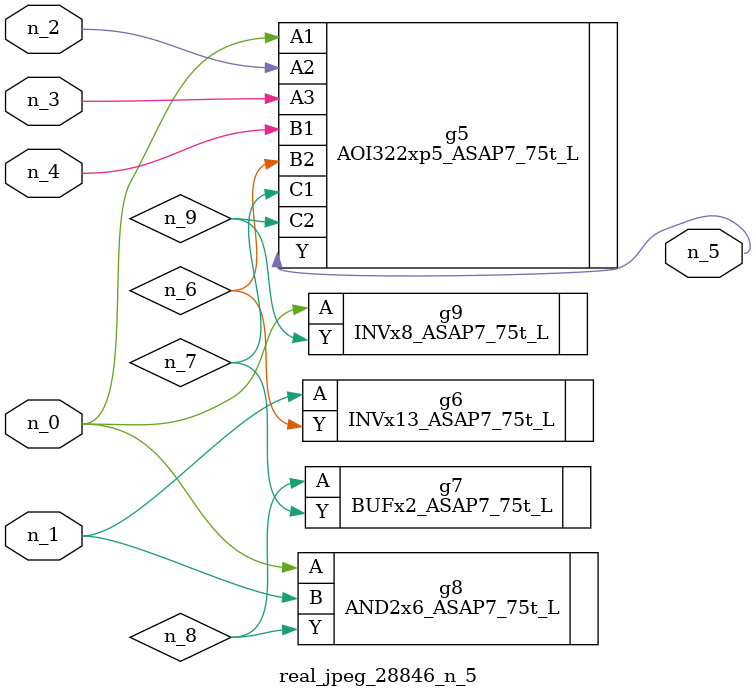
<source format=v>
module real_jpeg_28846_n_5 (n_4, n_0, n_1, n_2, n_3, n_5);

input n_4;
input n_0;
input n_1;
input n_2;
input n_3;

output n_5;

wire n_8;
wire n_6;
wire n_7;
wire n_9;

AOI322xp5_ASAP7_75t_L g5 ( 
.A1(n_0),
.A2(n_2),
.A3(n_3),
.B1(n_4),
.B2(n_6),
.C1(n_7),
.C2(n_9),
.Y(n_5)
);

AND2x6_ASAP7_75t_L g8 ( 
.A(n_0),
.B(n_1),
.Y(n_8)
);

INVx8_ASAP7_75t_L g9 ( 
.A(n_0),
.Y(n_9)
);

INVx13_ASAP7_75t_L g6 ( 
.A(n_1),
.Y(n_6)
);

BUFx2_ASAP7_75t_L g7 ( 
.A(n_8),
.Y(n_7)
);


endmodule
</source>
